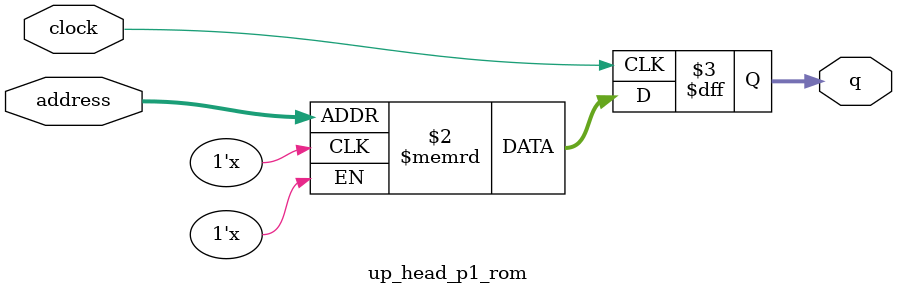
<source format=sv>
module up_head_p1_rom (
	input logic clock,
	input logic [9:0] address,
	output logic [3:0] q
);

logic [3:0] memory [0:575] /* synthesis ram_init_file = "./up_head_p1/up_head_p1.mif" */;

always_ff @ (posedge clock) begin
	q <= memory[address];
end

endmodule

</source>
